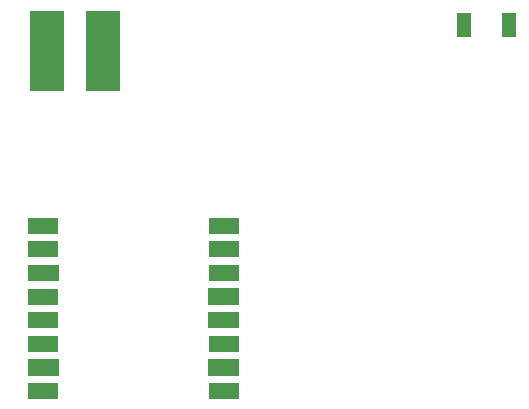
<source format=gbr>
%FSLAX34Y34*%
%MOMM*%
%LNSMDMASK_TOP*%
G71*
G01*
%ADD10R,2.900X6.900*%
%ADD11R,1.300X2.000*%
%ADD12R,2.600X1.400*%
%LPD*%
X153988Y346869D02*
G54D10*
D03*
X201216Y346869D02*
G54D10*
D03*
X544807Y368200D02*
G54D11*
D03*
X507207Y368300D02*
G54D11*
D03*
X150727Y178672D02*
G54D12*
D03*
X150727Y198672D02*
G54D12*
D03*
G36*
X137727Y165672D02*
X163727Y165672D01*
X163727Y151672D01*
X137727Y151672D01*
X137727Y165672D01*
G37*
X150727Y138672D02*
G54D12*
D03*
X150727Y118672D02*
G54D12*
D03*
X150727Y98672D02*
G54D12*
D03*
G36*
X137727Y85672D02*
X163727Y85672D01*
X163727Y71672D01*
X137727Y71672D01*
X137727Y85672D01*
G37*
X150727Y58672D02*
G54D12*
D03*
X303417Y198672D02*
G54D12*
D03*
X303417Y178672D02*
G54D12*
D03*
X303417Y158672D02*
G54D12*
D03*
G36*
X290417Y145672D02*
X316417Y145672D01*
X316417Y131672D01*
X290417Y131672D01*
X290417Y145672D01*
G37*
G36*
X290417Y125672D02*
X316417Y125672D01*
X316417Y111672D01*
X290417Y111672D01*
X290417Y125672D01*
G37*
X303417Y98672D02*
G54D12*
D03*
G36*
X290417Y85672D02*
X316417Y85672D01*
X316417Y71672D01*
X290417Y71672D01*
X290417Y85672D01*
G37*
X303417Y58672D02*
G54D12*
D03*
M02*

</source>
